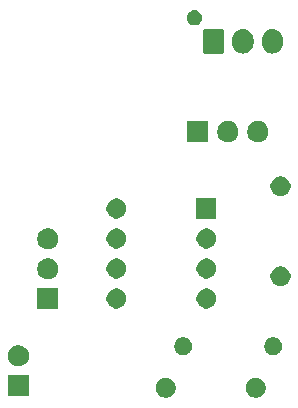
<source format=gbr>
G04 #@! TF.GenerationSoftware,KiCad,Pcbnew,(5.1.5)-3*
G04 #@! TF.CreationDate,2020-03-07T17:44:20+00:00*
G04 #@! TF.ProjectId,DigiSpark v3,44696769-5370-4617-926b-2076332e6b69,rev?*
G04 #@! TF.SameCoordinates,PX291b638PY79240f8*
G04 #@! TF.FileFunction,Soldermask,Bot*
G04 #@! TF.FilePolarity,Negative*
%FSLAX46Y46*%
G04 Gerber Fmt 4.6, Leading zero omitted, Abs format (unit mm)*
G04 Created by KiCad (PCBNEW (5.1.5)-3) date 2020-03-07 17:44:20*
%MOMM*%
%LPD*%
G04 APERTURE LIST*
%ADD10C,0.100000*%
G04 APERTURE END LIST*
D10*
G36*
X29712228Y7066697D02*
G01*
X29867100Y7002547D01*
X30006481Y6909415D01*
X30125015Y6790881D01*
X30218147Y6651500D01*
X30282297Y6496628D01*
X30315000Y6332216D01*
X30315000Y6164584D01*
X30282297Y6000172D01*
X30218147Y5845300D01*
X30125015Y5705919D01*
X30006481Y5587385D01*
X29867100Y5494253D01*
X29712228Y5430103D01*
X29547816Y5397400D01*
X29380184Y5397400D01*
X29215772Y5430103D01*
X29060900Y5494253D01*
X28921519Y5587385D01*
X28802985Y5705919D01*
X28709853Y5845300D01*
X28645703Y6000172D01*
X28613000Y6164584D01*
X28613000Y6332216D01*
X28645703Y6496628D01*
X28709853Y6651500D01*
X28802985Y6790881D01*
X28921519Y6909415D01*
X29060900Y7002547D01*
X29215772Y7066697D01*
X29380184Y7099400D01*
X29547816Y7099400D01*
X29712228Y7066697D01*
G37*
G36*
X22092228Y7066697D02*
G01*
X22247100Y7002547D01*
X22386481Y6909415D01*
X22505015Y6790881D01*
X22598147Y6651500D01*
X22662297Y6496628D01*
X22695000Y6332216D01*
X22695000Y6164584D01*
X22662297Y6000172D01*
X22598147Y5845300D01*
X22505015Y5705919D01*
X22386481Y5587385D01*
X22247100Y5494253D01*
X22092228Y5430103D01*
X21927816Y5397400D01*
X21760184Y5397400D01*
X21595772Y5430103D01*
X21440900Y5494253D01*
X21301519Y5587385D01*
X21182985Y5705919D01*
X21089853Y5845300D01*
X21025703Y6000172D01*
X20993000Y6164584D01*
X20993000Y6332216D01*
X21025703Y6496628D01*
X21089853Y6651500D01*
X21182985Y6790881D01*
X21301519Y6909415D01*
X21440900Y7002547D01*
X21595772Y7066697D01*
X21760184Y7099400D01*
X21927816Y7099400D01*
X22092228Y7066697D01*
G37*
G36*
X10273600Y5499800D02*
G01*
X8471600Y5499800D01*
X8471600Y7301800D01*
X10273600Y7301800D01*
X10273600Y5499800D01*
G37*
G36*
X9486112Y9836873D02*
G01*
X9635412Y9807176D01*
X9799384Y9739256D01*
X9946954Y9640653D01*
X10072453Y9515154D01*
X10171056Y9367584D01*
X10238976Y9203612D01*
X10273600Y9029541D01*
X10273600Y8852059D01*
X10238976Y8677988D01*
X10171056Y8514016D01*
X10072453Y8366446D01*
X9946954Y8240947D01*
X9799384Y8142344D01*
X9635412Y8074424D01*
X9486112Y8044727D01*
X9461342Y8039800D01*
X9283858Y8039800D01*
X9259088Y8044727D01*
X9109788Y8074424D01*
X8945816Y8142344D01*
X8798246Y8240947D01*
X8672747Y8366446D01*
X8574144Y8514016D01*
X8506224Y8677988D01*
X8471600Y8852059D01*
X8471600Y9029541D01*
X8506224Y9203612D01*
X8574144Y9367584D01*
X8672747Y9515154D01*
X8798246Y9640653D01*
X8945816Y9739256D01*
X9109788Y9807176D01*
X9259088Y9836873D01*
X9283858Y9841800D01*
X9461342Y9841800D01*
X9486112Y9836873D01*
G37*
G36*
X31156259Y10475740D02*
G01*
X31292932Y10419128D01*
X31415935Y10336940D01*
X31520540Y10232335D01*
X31520541Y10232333D01*
X31602729Y10109330D01*
X31659340Y9972659D01*
X31688200Y9827568D01*
X31688200Y9679632D01*
X31659340Y9534541D01*
X31602728Y9397868D01*
X31520540Y9274865D01*
X31415935Y9170260D01*
X31292932Y9088072D01*
X31292931Y9088071D01*
X31292930Y9088071D01*
X31156259Y9031460D01*
X31011168Y9002600D01*
X30863232Y9002600D01*
X30718141Y9031460D01*
X30581470Y9088071D01*
X30581469Y9088071D01*
X30581468Y9088072D01*
X30458465Y9170260D01*
X30353860Y9274865D01*
X30271672Y9397868D01*
X30215060Y9534541D01*
X30186200Y9679632D01*
X30186200Y9827568D01*
X30215060Y9972659D01*
X30271671Y10109330D01*
X30353859Y10232333D01*
X30353860Y10232335D01*
X30458465Y10336940D01*
X30581468Y10419128D01*
X30718141Y10475740D01*
X30863232Y10504600D01*
X31011168Y10504600D01*
X31156259Y10475740D01*
G37*
G36*
X23536259Y10475740D02*
G01*
X23672932Y10419128D01*
X23795935Y10336940D01*
X23900540Y10232335D01*
X23900541Y10232333D01*
X23982729Y10109330D01*
X24039340Y9972659D01*
X24068200Y9827568D01*
X24068200Y9679632D01*
X24039340Y9534541D01*
X23982728Y9397868D01*
X23900540Y9274865D01*
X23795935Y9170260D01*
X23672932Y9088072D01*
X23672931Y9088071D01*
X23672930Y9088071D01*
X23536259Y9031460D01*
X23391168Y9002600D01*
X23243232Y9002600D01*
X23098141Y9031460D01*
X22961470Y9088071D01*
X22961469Y9088071D01*
X22961468Y9088072D01*
X22838465Y9170260D01*
X22733860Y9274865D01*
X22651672Y9397868D01*
X22595060Y9534541D01*
X22566200Y9679632D01*
X22566200Y9827568D01*
X22595060Y9972659D01*
X22651671Y10109330D01*
X22733859Y10232333D01*
X22733860Y10232335D01*
X22838465Y10336940D01*
X22961468Y10419128D01*
X23098141Y10475740D01*
X23243232Y10504600D01*
X23391168Y10504600D01*
X23536259Y10475740D01*
G37*
G36*
X12762800Y12865800D02*
G01*
X10960800Y12865800D01*
X10960800Y14667800D01*
X12762800Y14667800D01*
X12762800Y12865800D01*
G37*
G36*
X25546628Y14610497D02*
G01*
X25701500Y14546347D01*
X25840881Y14453215D01*
X25959415Y14334681D01*
X26052547Y14195300D01*
X26116697Y14040428D01*
X26149400Y13876016D01*
X26149400Y13708384D01*
X26116697Y13543972D01*
X26052547Y13389100D01*
X25959415Y13249719D01*
X25840881Y13131185D01*
X25701500Y13038053D01*
X25546628Y12973903D01*
X25382216Y12941200D01*
X25214584Y12941200D01*
X25050172Y12973903D01*
X24895300Y13038053D01*
X24755919Y13131185D01*
X24637385Y13249719D01*
X24544253Y13389100D01*
X24480103Y13543972D01*
X24447400Y13708384D01*
X24447400Y13876016D01*
X24480103Y14040428D01*
X24544253Y14195300D01*
X24637385Y14334681D01*
X24755919Y14453215D01*
X24895300Y14546347D01*
X25050172Y14610497D01*
X25214584Y14643200D01*
X25382216Y14643200D01*
X25546628Y14610497D01*
G37*
G36*
X17926628Y14610497D02*
G01*
X18081500Y14546347D01*
X18220881Y14453215D01*
X18339415Y14334681D01*
X18432547Y14195300D01*
X18496697Y14040428D01*
X18529400Y13876016D01*
X18529400Y13708384D01*
X18496697Y13543972D01*
X18432547Y13389100D01*
X18339415Y13249719D01*
X18220881Y13131185D01*
X18081500Y13038053D01*
X17926628Y12973903D01*
X17762216Y12941200D01*
X17594584Y12941200D01*
X17430172Y12973903D01*
X17275300Y13038053D01*
X17135919Y13131185D01*
X17017385Y13249719D01*
X16924253Y13389100D01*
X16860103Y13543972D01*
X16827400Y13708384D01*
X16827400Y13876016D01*
X16860103Y14040428D01*
X16924253Y14195300D01*
X17017385Y14334681D01*
X17135919Y14453215D01*
X17275300Y14546347D01*
X17430172Y14610497D01*
X17594584Y14643200D01*
X17762216Y14643200D01*
X17926628Y14610497D01*
G37*
G36*
X31820428Y16490097D02*
G01*
X31975300Y16425947D01*
X32114681Y16332815D01*
X32233215Y16214281D01*
X32326347Y16074900D01*
X32390497Y15920028D01*
X32423200Y15755616D01*
X32423200Y15587984D01*
X32390497Y15423572D01*
X32326347Y15268700D01*
X32233215Y15129319D01*
X32114681Y15010785D01*
X31975300Y14917653D01*
X31820428Y14853503D01*
X31656016Y14820800D01*
X31488384Y14820800D01*
X31323972Y14853503D01*
X31169100Y14917653D01*
X31029719Y15010785D01*
X30911185Y15129319D01*
X30818053Y15268700D01*
X30753903Y15423572D01*
X30721200Y15587984D01*
X30721200Y15755616D01*
X30753903Y15920028D01*
X30818053Y16074900D01*
X30911185Y16214281D01*
X31029719Y16332815D01*
X31169100Y16425947D01*
X31323972Y16490097D01*
X31488384Y16522800D01*
X31656016Y16522800D01*
X31820428Y16490097D01*
G37*
G36*
X11975312Y17202873D02*
G01*
X12124612Y17173176D01*
X12288584Y17105256D01*
X12436154Y17006653D01*
X12561653Y16881154D01*
X12660256Y16733584D01*
X12728176Y16569612D01*
X12762800Y16395541D01*
X12762800Y16218059D01*
X12728176Y16043988D01*
X12660256Y15880016D01*
X12561653Y15732446D01*
X12436154Y15606947D01*
X12288584Y15508344D01*
X12124612Y15440424D01*
X11975312Y15410727D01*
X11950542Y15405800D01*
X11773058Y15405800D01*
X11748288Y15410727D01*
X11598988Y15440424D01*
X11435016Y15508344D01*
X11287446Y15606947D01*
X11161947Y15732446D01*
X11063344Y15880016D01*
X10995424Y16043988D01*
X10960800Y16218059D01*
X10960800Y16395541D01*
X10995424Y16569612D01*
X11063344Y16733584D01*
X11161947Y16881154D01*
X11287446Y17006653D01*
X11435016Y17105256D01*
X11598988Y17173176D01*
X11748288Y17202873D01*
X11773058Y17207800D01*
X11950542Y17207800D01*
X11975312Y17202873D01*
G37*
G36*
X25546628Y17150497D02*
G01*
X25701500Y17086347D01*
X25840881Y16993215D01*
X25959415Y16874681D01*
X26052547Y16735300D01*
X26116697Y16580428D01*
X26149400Y16416016D01*
X26149400Y16248384D01*
X26116697Y16083972D01*
X26052547Y15929100D01*
X25959415Y15789719D01*
X25840881Y15671185D01*
X25701500Y15578053D01*
X25546628Y15513903D01*
X25382216Y15481200D01*
X25214584Y15481200D01*
X25050172Y15513903D01*
X24895300Y15578053D01*
X24755919Y15671185D01*
X24637385Y15789719D01*
X24544253Y15929100D01*
X24480103Y16083972D01*
X24447400Y16248384D01*
X24447400Y16416016D01*
X24480103Y16580428D01*
X24544253Y16735300D01*
X24637385Y16874681D01*
X24755919Y16993215D01*
X24895300Y17086347D01*
X25050172Y17150497D01*
X25214584Y17183200D01*
X25382216Y17183200D01*
X25546628Y17150497D01*
G37*
G36*
X17926628Y17150497D02*
G01*
X18081500Y17086347D01*
X18220881Y16993215D01*
X18339415Y16874681D01*
X18432547Y16735300D01*
X18496697Y16580428D01*
X18529400Y16416016D01*
X18529400Y16248384D01*
X18496697Y16083972D01*
X18432547Y15929100D01*
X18339415Y15789719D01*
X18220881Y15671185D01*
X18081500Y15578053D01*
X17926628Y15513903D01*
X17762216Y15481200D01*
X17594584Y15481200D01*
X17430172Y15513903D01*
X17275300Y15578053D01*
X17135919Y15671185D01*
X17017385Y15789719D01*
X16924253Y15929100D01*
X16860103Y16083972D01*
X16827400Y16248384D01*
X16827400Y16416016D01*
X16860103Y16580428D01*
X16924253Y16735300D01*
X17017385Y16874681D01*
X17135919Y16993215D01*
X17275300Y17086347D01*
X17430172Y17150497D01*
X17594584Y17183200D01*
X17762216Y17183200D01*
X17926628Y17150497D01*
G37*
G36*
X11975312Y19742873D02*
G01*
X12124612Y19713176D01*
X12288584Y19645256D01*
X12436154Y19546653D01*
X12561653Y19421154D01*
X12660256Y19273584D01*
X12728176Y19109612D01*
X12762800Y18935541D01*
X12762800Y18758059D01*
X12728176Y18583988D01*
X12660256Y18420016D01*
X12561653Y18272446D01*
X12436154Y18146947D01*
X12288584Y18048344D01*
X12124612Y17980424D01*
X11975312Y17950727D01*
X11950542Y17945800D01*
X11773058Y17945800D01*
X11748288Y17950727D01*
X11598988Y17980424D01*
X11435016Y18048344D01*
X11287446Y18146947D01*
X11161947Y18272446D01*
X11063344Y18420016D01*
X10995424Y18583988D01*
X10960800Y18758059D01*
X10960800Y18935541D01*
X10995424Y19109612D01*
X11063344Y19273584D01*
X11161947Y19421154D01*
X11287446Y19546653D01*
X11435016Y19645256D01*
X11598988Y19713176D01*
X11748288Y19742873D01*
X11773058Y19747800D01*
X11950542Y19747800D01*
X11975312Y19742873D01*
G37*
G36*
X25546628Y19690497D02*
G01*
X25701500Y19626347D01*
X25840881Y19533215D01*
X25959415Y19414681D01*
X26052547Y19275300D01*
X26116697Y19120428D01*
X26149400Y18956016D01*
X26149400Y18788384D01*
X26116697Y18623972D01*
X26052547Y18469100D01*
X25959415Y18329719D01*
X25840881Y18211185D01*
X25701500Y18118053D01*
X25546628Y18053903D01*
X25382216Y18021200D01*
X25214584Y18021200D01*
X25050172Y18053903D01*
X24895300Y18118053D01*
X24755919Y18211185D01*
X24637385Y18329719D01*
X24544253Y18469100D01*
X24480103Y18623972D01*
X24447400Y18788384D01*
X24447400Y18956016D01*
X24480103Y19120428D01*
X24544253Y19275300D01*
X24637385Y19414681D01*
X24755919Y19533215D01*
X24895300Y19626347D01*
X25050172Y19690497D01*
X25214584Y19723200D01*
X25382216Y19723200D01*
X25546628Y19690497D01*
G37*
G36*
X17926628Y19690497D02*
G01*
X18081500Y19626347D01*
X18220881Y19533215D01*
X18339415Y19414681D01*
X18432547Y19275300D01*
X18496697Y19120428D01*
X18529400Y18956016D01*
X18529400Y18788384D01*
X18496697Y18623972D01*
X18432547Y18469100D01*
X18339415Y18329719D01*
X18220881Y18211185D01*
X18081500Y18118053D01*
X17926628Y18053903D01*
X17762216Y18021200D01*
X17594584Y18021200D01*
X17430172Y18053903D01*
X17275300Y18118053D01*
X17135919Y18211185D01*
X17017385Y18329719D01*
X16924253Y18469100D01*
X16860103Y18623972D01*
X16827400Y18788384D01*
X16827400Y18956016D01*
X16860103Y19120428D01*
X16924253Y19275300D01*
X17017385Y19414681D01*
X17135919Y19533215D01*
X17275300Y19626347D01*
X17430172Y19690497D01*
X17594584Y19723200D01*
X17762216Y19723200D01*
X17926628Y19690497D01*
G37*
G36*
X26149400Y20561200D02*
G01*
X24447400Y20561200D01*
X24447400Y22263200D01*
X26149400Y22263200D01*
X26149400Y20561200D01*
G37*
G36*
X17926628Y22230497D02*
G01*
X18081500Y22166347D01*
X18220881Y22073215D01*
X18339415Y21954681D01*
X18432547Y21815300D01*
X18496697Y21660428D01*
X18529400Y21496016D01*
X18529400Y21328384D01*
X18496697Y21163972D01*
X18432547Y21009100D01*
X18339415Y20869719D01*
X18220881Y20751185D01*
X18081500Y20658053D01*
X17926628Y20593903D01*
X17762216Y20561200D01*
X17594584Y20561200D01*
X17430172Y20593903D01*
X17275300Y20658053D01*
X17135919Y20751185D01*
X17017385Y20869719D01*
X16924253Y21009100D01*
X16860103Y21163972D01*
X16827400Y21328384D01*
X16827400Y21496016D01*
X16860103Y21660428D01*
X16924253Y21815300D01*
X17017385Y21954681D01*
X17135919Y22073215D01*
X17275300Y22166347D01*
X17430172Y22230497D01*
X17594584Y22263200D01*
X17762216Y22263200D01*
X17926628Y22230497D01*
G37*
G36*
X31820428Y24110097D02*
G01*
X31975300Y24045947D01*
X32114681Y23952815D01*
X32233215Y23834281D01*
X32326347Y23694900D01*
X32390497Y23540028D01*
X32423200Y23375616D01*
X32423200Y23207984D01*
X32390497Y23043572D01*
X32326347Y22888700D01*
X32233215Y22749319D01*
X32114681Y22630785D01*
X31975300Y22537653D01*
X31820428Y22473503D01*
X31656016Y22440800D01*
X31488384Y22440800D01*
X31323972Y22473503D01*
X31169100Y22537653D01*
X31029719Y22630785D01*
X30911185Y22749319D01*
X30818053Y22888700D01*
X30753903Y23043572D01*
X30721200Y23207984D01*
X30721200Y23375616D01*
X30753903Y23540028D01*
X30818053Y23694900D01*
X30911185Y23834281D01*
X31029719Y23952815D01*
X31169100Y24045947D01*
X31323972Y24110097D01*
X31488384Y24142800D01*
X31656016Y24142800D01*
X31820428Y24110097D01*
G37*
G36*
X25462800Y27013600D02*
G01*
X23660800Y27013600D01*
X23660800Y28815600D01*
X25462800Y28815600D01*
X25462800Y27013600D01*
G37*
G36*
X27215312Y28810673D02*
G01*
X27364612Y28780976D01*
X27528584Y28713056D01*
X27676154Y28614453D01*
X27801653Y28488954D01*
X27900256Y28341384D01*
X27968176Y28177412D01*
X28002800Y28003341D01*
X28002800Y27825859D01*
X27968176Y27651788D01*
X27900256Y27487816D01*
X27801653Y27340246D01*
X27676154Y27214747D01*
X27528584Y27116144D01*
X27364612Y27048224D01*
X27215312Y27018527D01*
X27190542Y27013600D01*
X27013058Y27013600D01*
X26988288Y27018527D01*
X26838988Y27048224D01*
X26675016Y27116144D01*
X26527446Y27214747D01*
X26401947Y27340246D01*
X26303344Y27487816D01*
X26235424Y27651788D01*
X26200800Y27825859D01*
X26200800Y28003341D01*
X26235424Y28177412D01*
X26303344Y28341384D01*
X26401947Y28488954D01*
X26527446Y28614453D01*
X26675016Y28713056D01*
X26838988Y28780976D01*
X26988288Y28810673D01*
X27013058Y28815600D01*
X27190542Y28815600D01*
X27215312Y28810673D01*
G37*
G36*
X29755312Y28810673D02*
G01*
X29904612Y28780976D01*
X30068584Y28713056D01*
X30216154Y28614453D01*
X30341653Y28488954D01*
X30440256Y28341384D01*
X30508176Y28177412D01*
X30542800Y28003341D01*
X30542800Y27825859D01*
X30508176Y27651788D01*
X30440256Y27487816D01*
X30341653Y27340246D01*
X30216154Y27214747D01*
X30068584Y27116144D01*
X29904612Y27048224D01*
X29755312Y27018527D01*
X29730542Y27013600D01*
X29553058Y27013600D01*
X29528288Y27018527D01*
X29378988Y27048224D01*
X29215016Y27116144D01*
X29067446Y27214747D01*
X28941947Y27340246D01*
X28843344Y27487816D01*
X28775424Y27651788D01*
X28740800Y27825859D01*
X28740800Y28003341D01*
X28775424Y28177412D01*
X28843344Y28341384D01*
X28941947Y28488954D01*
X29067446Y28614453D01*
X29215016Y28713056D01*
X29378988Y28780976D01*
X29528288Y28810673D01*
X29553058Y28815600D01*
X29730542Y28815600D01*
X29755312Y28810673D01*
G37*
G36*
X28559226Y36572963D02*
G01*
X28729065Y36521443D01*
X28729067Y36521442D01*
X28885589Y36437779D01*
X29022786Y36325186D01*
X29106048Y36223729D01*
X29135378Y36187991D01*
X29219043Y36031466D01*
X29270563Y35861627D01*
X29283600Y35729258D01*
X29283600Y35390743D01*
X29270563Y35258374D01*
X29219043Y35088534D01*
X29135378Y34932009D01*
X29106048Y34896271D01*
X29022786Y34794814D01*
X28927850Y34716903D01*
X28885591Y34682222D01*
X28729066Y34598557D01*
X28559227Y34547037D01*
X28382600Y34529641D01*
X28205974Y34547037D01*
X28036135Y34598557D01*
X27879610Y34682222D01*
X27742415Y34794815D01*
X27629822Y34932009D01*
X27546157Y35088534D01*
X27494637Y35258373D01*
X27481600Y35390742D01*
X27481600Y35729257D01*
X27494637Y35861626D01*
X27546157Y36031465D01*
X27629822Y36187990D01*
X27629823Y36187991D01*
X27742414Y36325186D01*
X27843871Y36408448D01*
X27879609Y36437778D01*
X28036134Y36521443D01*
X28205973Y36572963D01*
X28382600Y36590359D01*
X28559226Y36572963D01*
G37*
G36*
X31059226Y36572963D02*
G01*
X31229065Y36521443D01*
X31229067Y36521442D01*
X31385589Y36437779D01*
X31522786Y36325186D01*
X31606048Y36223729D01*
X31635378Y36187991D01*
X31719043Y36031466D01*
X31770563Y35861627D01*
X31783600Y35729258D01*
X31783600Y35390743D01*
X31770563Y35258374D01*
X31719043Y35088534D01*
X31635378Y34932009D01*
X31606048Y34896271D01*
X31522786Y34794814D01*
X31427850Y34716903D01*
X31385591Y34682222D01*
X31229066Y34598557D01*
X31059227Y34547037D01*
X30882600Y34529641D01*
X30705974Y34547037D01*
X30536135Y34598557D01*
X30379610Y34682222D01*
X30242415Y34794815D01*
X30129822Y34932009D01*
X30046157Y35088534D01*
X29994637Y35258373D01*
X29981600Y35390742D01*
X29981600Y35729257D01*
X29994637Y35861626D01*
X30046157Y36031465D01*
X30129822Y36187990D01*
X30129823Y36187991D01*
X30242414Y36325186D01*
X30343871Y36408448D01*
X30379609Y36437778D01*
X30536134Y36521443D01*
X30705973Y36572963D01*
X30882600Y36590359D01*
X31059226Y36572963D01*
G37*
G36*
X26641200Y36582011D02*
G01*
X26674252Y36571985D01*
X26704703Y36555708D01*
X26731399Y36533799D01*
X26753308Y36507103D01*
X26769585Y36476652D01*
X26779611Y36443600D01*
X26783600Y36403097D01*
X26783600Y34716903D01*
X26779611Y34676400D01*
X26769585Y34643348D01*
X26753308Y34612897D01*
X26731399Y34586201D01*
X26704703Y34564292D01*
X26674252Y34548015D01*
X26641200Y34537989D01*
X26600697Y34534000D01*
X25164503Y34534000D01*
X25124000Y34537989D01*
X25090948Y34548015D01*
X25060497Y34564292D01*
X25033801Y34586201D01*
X25011892Y34612897D01*
X24995615Y34643348D01*
X24985589Y34676400D01*
X24981600Y34716903D01*
X24981600Y36403097D01*
X24985589Y36443600D01*
X24995615Y36476652D01*
X25011892Y36507103D01*
X25033801Y36533799D01*
X25060497Y36555708D01*
X25090948Y36571985D01*
X25124000Y36582011D01*
X25164503Y36586000D01*
X26600697Y36586000D01*
X26641200Y36582011D01*
G37*
G36*
X24472490Y38185983D02*
G01*
X24590964Y38136909D01*
X24697588Y38065665D01*
X24788265Y37974988D01*
X24859509Y37868364D01*
X24908583Y37749890D01*
X24933600Y37624118D01*
X24933600Y37495882D01*
X24908583Y37370110D01*
X24859509Y37251636D01*
X24788265Y37145012D01*
X24697588Y37054335D01*
X24590964Y36983091D01*
X24590963Y36983090D01*
X24590962Y36983090D01*
X24472490Y36934017D01*
X24346719Y36909000D01*
X24218481Y36909000D01*
X24092710Y36934017D01*
X23974238Y36983090D01*
X23974237Y36983090D01*
X23974236Y36983091D01*
X23867612Y37054335D01*
X23776935Y37145012D01*
X23705691Y37251636D01*
X23656617Y37370110D01*
X23631600Y37495882D01*
X23631600Y37624118D01*
X23656617Y37749890D01*
X23705691Y37868364D01*
X23776935Y37974988D01*
X23867612Y38065665D01*
X23974236Y38136909D01*
X24092710Y38185983D01*
X24218481Y38211000D01*
X24346719Y38211000D01*
X24472490Y38185983D01*
G37*
M02*

</source>
